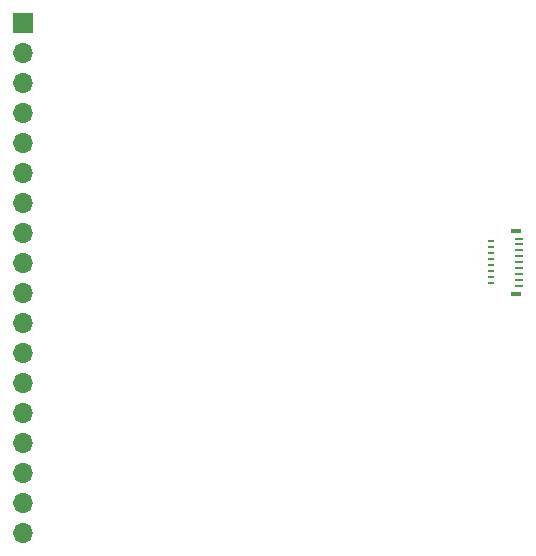
<source format=gts>
G04 #@! TF.GenerationSoftware,KiCad,Pcbnew,(5.1.8)-1*
G04 #@! TF.CreationDate,2021-03-29T09:45:07+03:00*
G04 #@! TF.ProjectId,adapter,61646170-7465-4722-9e6b-696361645f70,rev?*
G04 #@! TF.SameCoordinates,Original*
G04 #@! TF.FileFunction,Soldermask,Top*
G04 #@! TF.FilePolarity,Negative*
%FSLAX46Y46*%
G04 Gerber Fmt 4.6, Leading zero omitted, Abs format (unit mm)*
G04 Created by KiCad (PCBNEW (5.1.8)-1) date 2021-03-29 09:45:07*
%MOMM*%
%LPD*%
G01*
G04 APERTURE LIST*
%ADD10R,0.720000X0.250000*%
%ADD11R,0.570000X0.250000*%
%ADD12R,0.950000X0.400000*%
%ADD13R,1.700000X1.700000*%
%ADD14O,1.700000X1.700000*%
G04 APERTURE END LIST*
D10*
X183537000Y-89186000D03*
D11*
X181132000Y-89436000D03*
D10*
X183537000Y-89686000D03*
D11*
X181132000Y-89936000D03*
D10*
X183537000Y-90186000D03*
D11*
X181132000Y-90436000D03*
D10*
X183537000Y-90686000D03*
D11*
X181132000Y-90936000D03*
D10*
X183537000Y-91186000D03*
D11*
X181132000Y-91436000D03*
D10*
X183537000Y-91686000D03*
D11*
X181132000Y-91936000D03*
D10*
X183537000Y-92186000D03*
D11*
X181132000Y-92436000D03*
D10*
X183537000Y-92686000D03*
D11*
X181132000Y-92936000D03*
D10*
X183537000Y-93186000D03*
D12*
X183272000Y-93856000D03*
X183272000Y-88516000D03*
D13*
X141525001Y-70913001D03*
D14*
X141525001Y-73453001D03*
X141525001Y-75993001D03*
X141525001Y-78533001D03*
X141525001Y-81073001D03*
X141525001Y-83613001D03*
X141525001Y-86153001D03*
X141525001Y-88693001D03*
X141525001Y-91233001D03*
X141525001Y-93773001D03*
X141525001Y-96313001D03*
X141525001Y-98853001D03*
X141525001Y-101393001D03*
X141525001Y-103933001D03*
X141525001Y-106473001D03*
X141525001Y-109013001D03*
X141525001Y-111553001D03*
X141525001Y-114093001D03*
M02*

</source>
